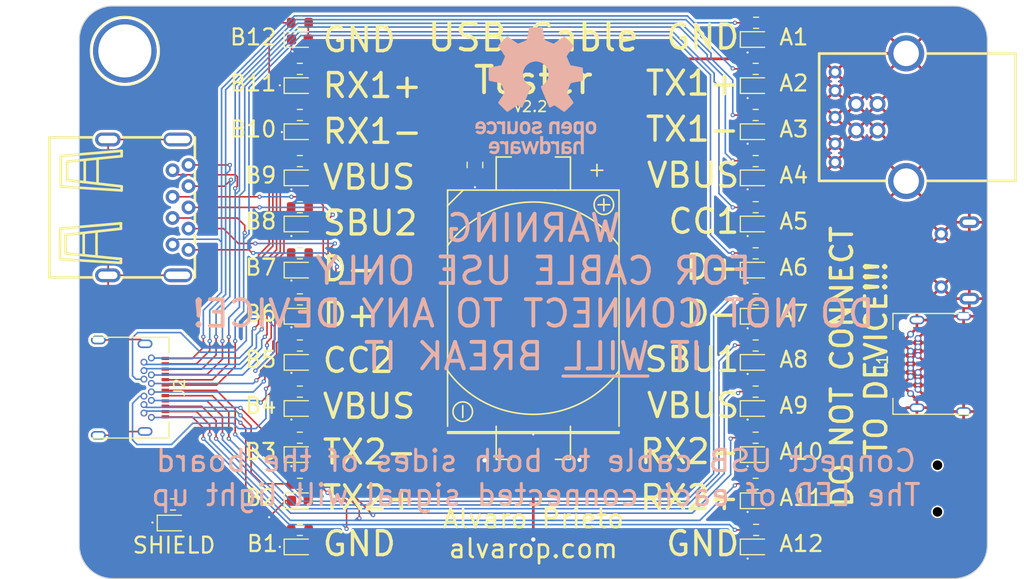
<source format=kicad_pcb>
(kicad_pcb (version 20240108) (generator "pcbnew") (generator_version "8.0")
  (title_block (title "USB Cable Tester") (date "2023-08-19") (rev "2.2") (company "Quesadillon LLC"))
  (layers (0 "F.Cu" signal) (31 "B.Cu" signal) (34 "B.Paste" user) (35 "F.Paste" user) (36 "B.SilkS" user "B.Silkscreen") (37 "F.SilkS" user "F.Silkscreen") (38 "B.Mask" user) (39 "F.Mask" user) (44 "Edge.Cuts" user))
  (net 0 "")
  (net 1 "Net-(D1-A)")
  (net 2 "Net-(D2-A)")
  (net 3 "GND")
  (net 4 "Net-(D3-A)")
  (net 5 "Net-(D4-A)")
  (net 6 "Net-(D5-A)")
  (net 7 "Net-(D6-A)")
  (net 8 "Net-(D7-A)")
  (net 9 "Net-(D8-A)")
  (net 10 "Net-(D9-A)")
  (net 11 "+3V3")
  (net 12 "Net-(D10-A)")
  (net 13 "Net-(D11-A)")
  (net 14 "Net-(D12-A)")
  (net 15 "Net-(D13-A)")
  (net 16 "Net-(D14-A)")
  (net 17 "Net-(D15-A)")
  (net 18 "Net-(D16-A)")
  (net 19 "Net-(D17-A)")
  (net 20 "Net-(D18-A)")
  (net 21 "Net-(D19-A)")
  (net 22 "Net-(D20-A)")
  (net 23 "Net-(D21-A)")
  (net 24 "Net-(D22-A)")
  (net 25 "Net-(D23-A)")
  (net 26 "Net-(D24-A)")
  (net 27 "Net-(D25-A)")
  (net 28 "/GND_A1")
  (net 29 "/TX1+")
  (net 30 "/TX1-")
  (net 31 "/VBUS_A4")
  (net 32 "/CC1")
  (net 33 "/D+_A")
  (net 34 "/D-_A")
  (net 35 "/VBUS_B9")
  (net 36 "/VBUS_A9")
  (net 37 "/RX2-")
  (net 38 "/RX2+")
  (net 39 "/GND_A12")
  (net 40 "/GND_B1")
  (net 41 "/TX2+")
  (net 42 "/TX2-")
  (net 43 "/VBUS_B4")
  (net 44 "/CC2")
  (net 45 "/D-_B")
  (net 46 "/RX1-")
  (net 47 "/RX1+")
  (net 48 "/GND_B12")
  (net 49 "/SHLD")
  (net 50 "/SBU1")
  (net 51 "/D+_B")
  (net 52 "/SBU2")
  (footprint "LED_SMD:LED_0603_1608Metric" (layer "F.Cu") (at 66.0375 121.75)
    (property "Reference" "D21" (hide yes))
    (property "Value" "LED")
  )
  (footprint "Resistor_SMD:R_0603_1608Metric" (layer "F.Cu") (at 78 113.709086)
    (property "Reference" "R4" (hide yes))
    (property "Value" "1k")
  )
  (footprint "easyeda:MICRO-USB-SMD_10118194-0001LF" (layer "F.Cu") (at 139.8 97 90)
    (property "Reference" "J3" (hide yes))
    (property "Value" "USB_B_Micro")
  )
  (footprint "easyeda:MINI-USB-SMD_MINI-5PTP" (layer "F.Cu") (at 138 118.5 90)
    (property "Reference" "J5" (hide yes))
    (property "Value" "USB_B_Mini")
  )
  (footprint "Resistor_SMD:R_0603_1608Metric" (layer "F.Cu") (at 78 74.6)
    (property "Reference" "R25" (hide yes))
    (property "Value" "1k")
  )
  (footprint "LED_SMD:LED_0603_1608Metric" (layer "F.Cu") (at 78 76.173913)
    (property "Reference" "D25" (hide yes))
    (property "Value" "LED")
  )
  (footprint "Resistor_SMD:R_0603_1608Metric" (layer "F.Cu") (at 120.96 78.945454)
    (property "Reference" "R7" (hide yes))
    (property "Value" "1k")
  )
  (footprint "Resistor_SMD:R_0603_1608Metric" (layer "F.Cu") (at 120.96 87.636362)
    (property "Reference" "R20" (hide yes))
    (property "Value" "1k")
  )
  (footprint "Resistor_SMD:R_0603_1608Metric" (layer "F.Cu") (at 120.96 91.981816)
    (property "Reference" "R16" (hide yes))
    (property "Value" "1k")
  )
  (footprint "LED_SMD:LED_0603_1608Metric" (layer "F.Cu") (at 78 102.260869)
    (property "Reference" "D11" (hide yes))
    (property "Value" "LED")
  )
  (footprint "LED_SMD:LED_0603_1608Metric" (layer "F.Cu") (at 121 84.869565)
    (property "Reference" "D8" (hide yes))
    (property "Value" "LED")
  )
  (footprint "Resistor_SMD:R_0603_1608Metric" (layer "F.Cu") (at 120.96 83.290908)
    (property "Reference" "R8" (hide yes))
    (property "Value" "1k")
  )
  (footprint "Resistor_SMD:R_0603_1608Metric" (layer "F.Cu") (at 120.96 105.018178)
    (property "Reference" "R17" (hide yes))
    (property "Value" "1k")
  )
  (footprint "Resistor_SMD:R_0603_1608Metric" (layer "F.Cu") (at 120.96 118.05454)
    (property "Reference" "R5" (hide yes))
    (property "Value" "1k")
  )
  (footprint "TestPoint:TestPoint_Plated_Hole_D5.0mm" (layer "F.Cu") (at 61.5 77.25)
    (property "Reference" "REF**" (hide yes))
    (property "Value" "TestPoint_Plated_Hole_D5.0mm")
  )
  (footprint "myfootprints:USB_C" (layer "F.Cu") (at 63.5 106.58 -90)
    (property "Reference" "J2")
    (property "Value" "USB_C_Receptacle_ALLPINS")
  )
  (footprint "LED_SMD:LED_0603_1608Metric" (layer "F.Cu") (at 121 119.652173)
    (property "Reference" "D5" (hide yes))
    (property "Value" "LED")
  )
  (footprint "LED_SMD:LED_0603_1608Metric" (layer "F.Cu") (at 78 80.521739)
    (property "Reference" "D9" (hide yes))
    (property "Value" "LED")
  )
  (footprint "Capacitor_SMD:C_0805_2012Metric" (layer "F.Cu") (at 94.5 88 -90)
    (property "Reference" "C1" (hide yes))
    (property "Value" "C_Small")
  )
  (footprint "LED_SMD:LED_0603_1608Metric" (layer "F.Cu") (at 121 97.913043)
    (property "Reference" "D12" (hide yes))
    (property "Value" "LED")
  )
  (footprint "LED_SMD:LED_0603_1608Metric" (layer "F.Cu") (at 121 93.565217)
    (property "Reference" "D16" (hide yes))
    (property "Value" "LED")
  )
  (footprint "Resistor_SMD:R_0603_1608Metric" (layer "F.Cu") (at 78 122.4)
    (property "Reference" "R24" (hide yes))
    (property "Value" "1k")
  )
  (footprint "LED_SMD:LED_0603_1608Metric" (layer "F.Cu") (at 78 84.869565)
    (property "Reference" "D10" (hide yes))
    (property "Value" "LED")
  )
  (footprint "LED_SMD:LED_0603_1608Metric" (layer "F.Cu") (at 78 115.304347)
    (property "Reference" "D4" (hide yes))
    (property "Value" "LED")
  )
  (footprint "Resistor_SMD:R_0603_1608Metric" (layer "F.Cu") (at 120.96 100.672724)
    (property "Reference" "R14" (hide yes))
    (property "Value" "1k")
  )
  (footprint "LED_SMD:LED_0603_1608Metric" (layer "F.Cu") (at 121 102.260869)
    (property "Reference" "D14" (hide yes))
    (property "Value" "LED")
  )
  (footprint "Resistor_SMD:R_0603_1608Metric" (layer "F.Cu") (at 78 109.363632)
    (property "Reference" "R1" (hide yes))
    (property "Value" "1k")
  )
  (footprint "myfootprints:USB_C" (layer "F.Cu") (at 136.06 109.16 90)
    (property "Reference" "J1")
    (property "Value" "USB_C_Receptacle")
  )
  (footprint "Resistor_SMD:R_0603_1608Metric" (layer "F.Cu") (at 78 96.32727)
    (property "Reference" "R13" (hide yes))
    (property "Value" "1k")
  )
  (footprint "LED_SMD:LED_0603_1608Metric" (layer "F.Cu") (at 78 89.217391)
    (property "Reference" "D2" (hide yes))
    (property "Value" "LED")
  )
  (footprint "LED_SMD:LED_0603_1608Metric" (layer "F.Cu") (at 78 106.608695)
    (property "Reference" "D15" (hide yes))
    (property "Value" "LED")
  )
  (footprint "easyeda:USB-B-TH_XUNPU_USB-306BWD-ARW" (layer "F.Cu") (at 131.795 83.5 90)
    (property "Reference" "J4" (hide yes))
    (property "Value" "USB3_B")
  )
  (footprint "LED_SMD:LED_0603_1608Metric" (layer "F.Cu") (at 121 76.173913)
    (property "Reference" "D22" (hide yes))
    (property "Value" "LED")
  )
  (footprint "easyeda:BAT-TH_CR2032-BS-6-1" (layer "F.Cu") (at 100 101.5 90)
    (property "Reference" "BT1" (hide yes))
    (property "Value" "CR2032")
  )
  (footprint "Resistor_SMD:R_0603_1608Metric" (layer "F.Cu") (at 78 91.981816)
    (property "Reference" "R18" (hide yes))
    (property "Value" "1k")
  )
  (footprint "Resistor_SMD:R_0603_1608Metric" (layer "F.Cu") (at 121 122.4)
    (property "Reference" "R23" (hide yes))
    (property "Value" "1k")
  )
  (footprint "LED_SMD:LED_0603_1608Metric" (layer "F.Cu") (at 121 115.304347)
    (property "Reference" "D6" (hide yes))
    (property "Value" "LED")
  )
  (footprint "easyeda:USB-A-TH_U231-091N-5" (layer "F.Cu") (at 63.7 92 -90)
    (property "Reference" "J6" (hide yes))
    (property "Value" "USB3_A")
  )
  (footprint "LED_SMD:LED_0603_1608Metric" (layer "F.Cu") (at 121 89.217391)
    (property "Reference" "D20" (hide yes))
    (property "Value" "LED")
  )
  (footprint "Resistor_SMD:R_0603_1608Metric" (layer "F.Cu") (at 78 87.636362)
    (property "Reference" "R2" (hide yes))
    (property "Value" "1k")
  )
  (footprint "LED_SMD:LED_0603_1608Metric" (layer "F.Cu") (at 121 106.608695)
    (property "Reference" "D17" (hide yes))
    (property "Value" "LED")
  )
  (footprint "Resistor_SMD:R_0603_1608Metric" (layer "F.Cu") (at 78 83.290908)
    (property "Reference" "R10" (hide yes))
    (property "Value" "1k")
  )
  (footprint "Resistor_SMD:R_0603_1608Metric" (layer "F.Cu") (at 78 118.05454)
    (property "Reference" "R3" (hide yes))
    (property "Value" "1k")
  )
  (footprint "LED_SMD:LED_0603_1608Metric" (layer "F.Cu") (at 121 124)
    (property "Reference" "D23" (hide yes))
    (property "Value" "LED")
  )
  (footprint "Resistor_SMD:R_0603_1608Metric" (layer "F.Cu") (at 120.96 109.363632)
    (property "Reference" "R19" (hide yes))
    (property "Value" "1k")
  )
  (footprint "Resistor_SMD:R_0603_1608Metric" (layer "F.Cu") (at 120.96 96.32727)
    (property "Reference" "R12" (hide yes))
    (property "Value" "1k")
  )
  (footprint "Resistor_SMD:R_0603_1608Metric" (layer "F.Cu") (at 78 78.945454)
    (property "Reference" "R9" (hide yes))
    (property "Value" "1k")
  )
  (footprint "LED_SMD:LED_0603_1608Metric" (layer "F.Cu") (at 78 110.956521)
    (property "Reference" "D1" (hide yes))
    (property "Value" "LED")
  )
  (footprint "Resistor_SMD:R_0603_1608Metric" (layer "F.Cu") (at 121 74.6)
    (property "Reference" "R22" (hide yes))
    (property "Value" "1k")
  )
  (footprint "LED_SMD:LED_0603_1608Metric" (layer "F.Cu") (at 121 110.956521)
    (property "Reference" "D19" (hide yes))
    (property "Value" "LED")
  )
  (footprint "Resistor_SMD:R_0603_1608Metric" (layer "F.Cu") (at 78 105.018178)
    (property "Reference" "R15" (hide yes))
    (property "Value" "1k")
  )
  (footprint "LED_SMD:LED_0603_1608Metric" (layer "F.Cu") (at 121 80.521739)
    (property "Reference" "D7" (hide yes))
    (property "Value" "LED")
  )
  (footprint "Resistor_SMD:R_0603_1608Metric" (layer "F.Cu") (at 66.0375 120)
    (property "Reference" "R21" (hide yes))
    (property "Value" "1k")
  )
  (footprint "LED_SMD:LED_0603_1608Metric" (layer "F.Cu") (at 78 119.652173)
    (property "Reference" "D3" (hide yes))
    (property "Value" "LED")
  )
  (footprint "LED_SMD:LED_0603_1608Metric" (layer "F.Cu") (at 78 124)
    (property "Reference" "D24" (hide yes))
    (property "Value" "LED")
  )
  (footprint "LED_SMD:LED_0603_1608Metric" (layer "F.Cu") (at 78 97.913043)
    (property "Reference" "D13" (hide yes))
    (property "Value" "LED")
  )
  (footprint "Resistor_SMD:R_0603_1608Metric" (layer "F.Cu") (at 120.96 113.709086)
    (property "Reference" "R6" (hide yes))
    (property "Value" "1k")
  )
  (footprint "Resistor_SMD:R_0603_1608Metric" (layer "F.Cu") (at 78 100.672724)
    (property "Reference" "R11" (hide yes))
    (property "Value" "1k")
  )
  (footprint "LED_SMD:LED_0603_1608Metric" (layer "F.Cu") (at 78 93.565217)
    (property "Reference" "D18" (hide yes))
    (property "Value" "LED")
  )
  (footprint "Symbol:OSHW-Logo_11.4x12mm_SilkScreen" (layer "B.Cu") (at 100.25 81 180)
    (property "Reference" "REF**" (hide yes))
    (property "Value" "OSHW-Logo_11.4x12mm_SilkScreen" (hide yes))
  )
  (gr_line (start 102.8 107.9) (end 110.8 107.9) (stroke (width 0.3)) (layer "B.SilkS"))
  (gr_line (start 57.2 123.81) (end 57.2 76.19) (stroke (width 0.1)) (layer "Edge.Cuts"))
  (gr_arc (start 57.2 76.19) (mid 58.1314 73.9414) (end 60.38 73.01) (stroke (width 0.1)) (layer "Edge.Cuts"))
  (gr_arc (start 60.38 126.99) (mid 58.1314 126.0586) (end 57.2 123.81) (stroke (width 0.1)) (layer "Edge.Cuts"))
  (gr_arc (start 142.8 123.81) (mid 141.8686 126.0586) (end 139.62 126.99) (stroke (width 0.1)) (layer "Edge.Cuts"))
  (gr_line (start 139.62 126.99) (end 60.38 126.99) (stroke (width 0.1)) (layer "Edge.Cuts"))
  (gr_arc (start 139.62 73.01) (mid 141.8686 73.9414) (end 142.8 76.19) (stroke (width 0.1)) (layer "Edge.Cuts"))
  (gr_line (start 142.8 76.19) (end 142.8 123.81) (stroke (width 0.1)) (layer "Edge.Cuts"))
  (gr_line (start 60.38 73.01) (end 139.62 73.01) (stroke (width 0.1)) (layer "Edge.Cuts"))
  (gr_text "Connect USB cable to both sides of the board\nThe LED of each connected signal will light up" (at 100.25 117.5 0) (layer "B.SilkS") (effects (font (size 2 2) (thickness 0.285714)) (justify mirror)))
  (gr_text "WARNING\nFOR CABLE USE ONLY\nDO NOT CONNECT TO ANY DEVICE!\nIT WILL BREAK IT" (at 100 100 0) (layer "B.SilkS") (effects (font (size 2.5 2.5) (thickness 0.357143)) (justify mirror)))
  (gr_text "VBUS" (at 115.058334 88.972727 0) (layer "F.SilkS") (effects (font (size 2.25 2.25) (thickness 0.321429))))
  (gr_text "A12" (at 125.272619 123.7 0) (layer "F.SilkS") (effects (font (size 1.5 1.5) (thickness 0.214286))))
  (gr_text "TX1+" (at 115.004762 80.290909 0) (layer "F.SilkS") (effects (font (size 2.25 2.25) (thickness 0.321429))))
  (gr_text "B2" (at 74.314286 119.35909 0) (layer "F.SilkS") (effects (font (size 1.5 1.5) (thickness 0.214286))))
  (gr_text "D+" (at 82.689285 102.109086 0) (layer "F.SilkS") (effects (font (size 2.25 2.25) (thickness 0.321429))))
  (gr_text "CC1" (at 116.076191 93.313636 0) (layer "F.SilkS") (effects (font (size 2.25 2.25) (thickness 0.321429))))
  (gr_text "RX2-" (at 114.736905 115.018181 0) (layer "F.SilkS") (effects (font (size 2.25 2.25) (thickness 0.321429))))
  (gr_text "B5" (at 74.314286 106.336363 0) (layer "F.SilkS") (effects (font (size 1.5 1.5) (thickness 0.214286))))
  (gr_text "SBU2" (at 84.617857 93.472724 0) (layer "F.SilkS") (effects (font (size 2.25 2.25) (thickness 0.321429))))
  (gr_text "B10" (at 73.6 84.631818 0) (layer "F.SilkS") (effects (font (size 1.5 1.5) (thickness 0.214286))))
  (gr_text "VBUS" (at 84.510714 89.154543 0) (layer "F.SilkS") (effects (font (size 2.25 2.25) (thickness 0.321429))))
  (gr_text "SBU1" (at 114.951191 106.336363 0) (layer "F.SilkS") (effects (font (size 2.25 2.25) (thickness 0.321429))))
  (gr_text "GND" (at 83.6 76.2 0) (layer "F.SilkS") (effects (font (size 2.25 2.25) (thickness 0.321429))))
  (gr_text "B6" (at 74.314286 101.995454 0) (layer "F.SilkS") (effects (font (size 1.5 1.5) (thickness 0.214286))))
  (gr_text "A2" (at 124.558334 80.290909 0) (layer "F.SilkS") (effects (font (size 1.5 1.5) (thickness 0.214286))))
  (gr_text "TX2-" (at 84.564285 115.063629 0) (layer "F.SilkS") (effects (font (size 2.25 2.25) (thickness 0.321429))))
  (gr_text "B1" (at 74.469048 123.7 0) (layer "F.SilkS") (effects (font (size 1.5 1.5) (thickness 0.214286))))
  (gr_text "GND" (at 115.969048 75.95 0) (layer "F.SilkS") (effects (font (size 2.25 2.25) (thickness 0.321429))))
  (gr_text "GND" (at 115.969048 123.7 0) (layer "F.SilkS") (effects (font (size 2.25 2.25) (thickness 0.321429))))
  (gr_text "A1" (at 124.558334 75.95 0) (layer "F.SilkS") (effects (font (size 1.5 1.5) (thickness 0.214286))))
  (gr_text "A11" (at 125.272619 119.35909 0) (layer "F.SilkS") (effects (font (size 1.5 1.5) (thickness 0.214286))))
  (gr_text "B12" (at 73.6 75.95 0) (layer "F.SilkS") (effects (font (size 1.5 1.5) (thickness 0.214286))))
  (gr_text "A3" (at 124.558334 84.631818 0) (layer "F.SilkS") (effects (font (size 1.5 1.5) (thickness 0.214286))))
  (gr_text "TX2+" (at 84.564285 119.38181 0) (layer "F.SilkS") (effects (font (size 2.25 2.25) (thickness 0.321429))))
  (gr_text "A4" (at 124.558334 88.972727 0) (layer "F.SilkS") (effects (font (size 1.5 1.5) (thickness 0.214286))))
  (gr_text "Alvaro Prieto\nalvarop.com" (at 100 122.75 0) (layer "F.SilkS") (effects (font (size 1.75 1.75) (thickness 0.25))))
  (gr_text "D-" (at 82.689285 97.790905 0) (layer "F.SilkS") (effects (font (size 2.25 2.25) (thickness 0.321429))))
  (gr_text "D-" (at 116.879762 101.995454 0) (layer "F.SilkS") (effects (font (size 2.25 2.25) (thickness 0.321429))))
  (gr_text "VBUS" (at 115.058334 110.677272 0) (layer "F.SilkS") (effects (font (size 2.25 2.25) (thickness 0.321429))))
  (gr_text "B7" (at 74.314286 97.654545 0) (layer "F.SilkS") (effects (font (size 1.5 1.5) (thickness 0.214286))))
  (gr_text "B3" (at 74.314286 115.018181 0) (layer "F.SilkS") (effects (font (size 1.5 1.5) (thickness 0.214286))))
  (gr_text "A6" (at 124.558334 97.654545 0) (layer "F.SilkS") (effects (font (size 1.5 1.5) (thickness 0.214286))))
  (gr_text "A5" (at 124.558334 93.313636 0) (layer "F.SilkS") (effects (font (size 1.5 1.5) (thickness 0.214286))))
  (gr_text "RX1-" (at 84.832143 84.836362 0) (layer "F.SilkS") (effects (font (size 2.25 2.25) (thickness 0.321429))))
  (gr_text "TX1-" (at 115.004762 84.631818 0) (layer "F.SilkS") (effects (font (size 2.25 2.25) (thickness 0.321429))))
  (gr_text "DO NOT CONNECT \nTO DEVICE!!!" (at 130.7 106.25 90) (layer "F.SilkS") (effects (font (size 2 2) (thickness 0.321429))))
  (gr_text "A8" (at 124.558334 106.336363 0) (layer "F.SilkS") (effects (font (size 1.5 1.5) (thickness 0.214286))))
  (gr_text "VBUS" (at 84.510714 110.745448 0) (layer "F.SilkS") (effects (font (size 2.25 2.25) (thickness 0.321429))))
  (gr_text "B8" (at 74.314286 93.313636 0) (layer "F.SilkS") (effects (font (size 1.5 1.5) (thickness 0.214286))))
  (gr_text "CC2" (at 83.492857 106.427267 0) (layer "F.SilkS") (effects (font (size 2.25 2.25) (thickness 0.321429))))
  (gr_text "USB Cable\nTester" (at 100 78 0) (layer "F.SilkS") (effects (font (size 2.5 2.5) (thickness 0.357143))))
  (gr_text "GND" (at 83.6 123.7 0) (layer "F.SilkS") (effects (font (size 2.25 2.25) (thickness 0.321429))))
  (gr_text "A7" (at 124.558334 101.995454 0) (layer "F.SilkS") (effects (font (size 1.5 1.5) (thickness 0.214286))))
  (gr_text "RX2+" (at 114.736905 119.35909 0) (layer "F.SilkS") (effects (font (size 2.25 2.25) (thickness 0.321429))))
  (gr_text "A10" (at 125.272619 115.018181 0) (layer "F.SilkS") (effects (font (size 1.5 1.5) (thickness 0.214286))))
  (gr_text "A9" (at 124.558334 110.677272 0) (layer "F.SilkS") (effects (font (size 1.5 1.5) (thickness 0.214286))))
  (gr_text "D+" (at 116.879762 97.654545 0) (layer "F.SilkS") (effects (font (size 2.25 2.25) (thickness 0.321429))))
  (gr_text "B4" (at 74.314286 110.677272 0) (layer "F.SilkS") (effects (font (size 1.5 1.5) (thickness 0.214286))))
  (gr_text "RX1+" (at 84.832143 80.518181 0) (layer "F.SilkS") (effects (font (size 2.25 2.25) (thickness 0.321429))))
  (gr_text "B9" (at 74.314286 88.972727 0) (layer "F.SilkS") (effects (font (size 1.5 1.5) (thickness 0.214286))))
  (gr_text "B11" (at 73.6 80.290909 0) (layer "F.SilkS") (effects (font (size 1.5 1.5) (thickness 0.214286))))
  (gr_text "SHIELD" (at 66.1375 123.85 0) (layer "F.SilkS") (effects (font (size 1.5 1.5) (thickness 0.214286))))
  (gr_text "v2.2" (at 99.75 82.5 0) (layer "F.SilkS") (effects (font (size 1 1))))
  (segment (start 78.7875 110.956521) (end 78.7875 109.401132) (width 0.15) (layer "F.Cu") (net 1))
  (segment (start 78.7875 109.401132) (end 78.825 109.363632) (width 0.15) (layer "F.Cu") (net 1))
  (segment (start 78.7875 89.217391) (end 78.7875 87.673862) (width 0.15) (layer "F.Cu") (net 2))
  (segment (start 78.7875 87.673862) (end 78.825 87.636362) (width 0.15) (layer "F.Cu") (net 2))
  (segment (start 100 116) (end 100 113.4) (width 0.254) (layer "F.Cu") (net 3))
  (segment (start 77.2125 97.913043) (end 77.2125 98.8875) (width 0.15) (layer "F.Cu") (net 3))
  (segment (start 120.2125 84.869565) (end 120.2125 85.9875) (width 0.15) (layer "F.Cu") (net 3))
  (segment (start 120.2125 102.260869) (end 120.2125 103.3875) (width 0.15) (layer "F.Cu") (net 3))
  (segment (start 120.2125 120.6875) (end 120.2 120.7) (width 0.15) (layer "F.Cu") (net 3))
  (segment (start 120.2125 107.6875) (end 120.2 107.7) (width 0.15) (layer "F.Cu") (net 3))
  (segment (start 77.2125 103.2875) (end 77.2 103.3) (width 0.15) (layer "F.Cu") (net 3))
  (segment (start 120.2125 115.304347) (end 120.2125 116.3875) (width 0.15) (layer "F.Cu") (net 3))
  (segment (start 120.2125 81.6875) (end 120.2 81.7) (width 0.15) (layer "F.Cu") (net 3))
  (segment (start 77.2125 84.869565) (end 76.330435 84.869565) (width 0.15) (layer "F.Cu") (net 3))
  (segment (start 120.2125 97.913043) (end 120.2125 99.0875) (width 0.15) (layer "F.Cu") (net 3))
  (segment (start 94.5 88.95) (end 94.5 90.1) (width 0.254) (layer "F.Cu") (net 3))
  (segment (start 77.2125 89.217391) (end 77.2125 90.2875) (width 0.15) (layer "F.Cu") (net 3))
  (segment (start 77.2125 110.956521) (end 77.2125 111.9875) (width 0.15) (layer "F.Cu") (net 3))
  (segment (start 77.2125 77.2125) (end 77.3 77.3) (width 0.15) (layer "F.Cu") (net 3))
  (segment (start 65.25 121.75) (end 64.15 121.75) (width 0.15) (layer "F.Cu") (net 3))
  (segment (start 77.2125 106.608695) (end 77.2125 107.5875) (width 0.15) (layer "F.Cu") (net 3))
  (segment (start 77.2125 115.304347) (end 77.2125 116.3875) (width 0.15) (layer "F.Cu") (net 3))
  (segment (start 100 115.89) (end 100 123.3) (width 0.25) (layer "F.Cu") (net 3))
  (segment (start 77.2125 94.6875) (end 77.2 94.7) (width 0.15) (layer "F.Cu") (net 3))
  (segment (start 120.2125 111.9875) (end 120.2 112) (width 0.15) (layer "F.Cu") (net 3))
  (segment (start 76.121739 80.521739) (end 76.1 80.5) (width 0.15) (layer "F.Cu") (net 3))
  (segment (start 120.2125 103.3875) (end 120.2 103.4) (width 0.15) (layer "F.Cu") (net 3))
  (segment (start 120.2125 90.2875) (end 120.2 90.3) (width 0.15) (layer "F.Cu") (net 3))
  (segment (start 120.2125 80.521739) (end 120.2125 81.6875) (width 0.15) (layer "F.Cu") (net 3))
  (segment (start 76.330435 84.869565) (end 76.3 84.9) (width 0.15) (layer "F.Cu") (net 3))
  (segment (start 120.2125 106.608695) (end 120.2125 107.6875) (width 0.15) (layer "F.Cu") (net 3))
  (segment (start 120.2125 124) (end 120.2125 125.0875) (width 0.15) (layer "F.Cu") (net 3))
  (segment (start 76.647827 119.652173) (end 75.1 121.2) (width 0.15) (layer "F.Cu") (net 3))
  (segment (start 120.2125 85.9875) (end 120.2 86) (width 0.15) (layer "F.Cu") (net 3))
  (segment (start 77.2125 119.652173) (end 76.647827 119.652173) (width 0.15) (layer "F.Cu") (net 3))
  (segment (start 77.2125 90.2875) (end 77.2 90.3) (width 0.15) (layer "F.Cu") (net 3))
  (segment (start 100 115.89) (end 95.44 115.89) (width 0.25) (layer "F.Cu") (net 3))
  (segment (start 77.2125 107.5875) (end 77.2 107.6) (width 0.15) (layer "F.Cu") (net 3))
  (segment (start 77.2125 98.8875) (end 77.2 98.9) (width 0.15) (layer "F.Cu") (net 3))
  (segment (start 95.44 115.89) (end 95.4 115.85) (width 0.25) (layer "F.Cu") (net 3))
  (segment (start 120.2125 93.565217) (end 120.2125 94.6875) (width 0.15) (layer "F.Cu") (net 3))
  (segment (start 120.2125 94.6875) (end 120.2 94.7) (width 0.15) (layer "F.Cu") (net 3))
  (segment (start 77.2125 102.260869) (end 77.2125 103.2875) (width 0.15) (layer "F.Cu") (net 3))
  (segment (start 120.2125 77.3875) (end 120.2 77.4) (width 0.15) (layer "F.Cu") (net 3))
  (segment (start 120.2125 110.956521) (end 120.2125 111.9875) (width 0.15) (layer "F.Cu") (net 3))
  (segment (start 120.2125 99.0875) (end 120.2 99.1) (width 0.15) (layer "F.Cu") (net 3))
  (segment (start 100 115.89) (end 104.26 115.89) (width 0.25) (layer "F.Cu") (net 3))
  (segment (start 120.2125 76.173913) (end 120.2125 77.3875) (width 0.15) (layer "F.Cu") (net 3))
  (segment (start 120.2125 89.217391) (end 120.2125 90.2875) (width 0.15) (layer "F.Cu") (net 3))
  (segment (start 77.2125 80.521739) (end 76.121739 80.521739) (width 0.15) (layer "F.Cu") (net 3))
  (segment (start 120.2125 116.3875) (end 120.2 116.4) (width 0.15) (layer "F.Cu") (net 3))
  (segment (start 64.15 121.75) (end 64.1 121.7) (width 0.15) (layer "F.Cu") (net 3))
  (segment (start 120.2125 119.652173) (end 120.2125 120.6875) (width 0.15) (layer "F.Cu") (net 3))
  (segment (start 104.26 115.89) (end 104.35 115.8) (width 0.25) (layer "F.Cu") (net 3))
  (segment (start 77.2125 116.3875) (end 77.2 116.4) (width 0.15) (layer "F.Cu") (net 3))
  (segment (start 77.2125 93.565217) (end 77.2125 94.6875) (width 0.15) (layer "F.Cu") (net 3))
  (segment (start 77.2125 111.9875) (end 77.2 112) (width 0.15) (layer "F.Cu") (net 3))
  (segment (start 77.2125 76.173913) (end 77.2125 77.2125) (width 0.15) (layer "F.Cu") (net 3))
  (segment (start 120.2125 125.0875) (end 120.2 125.1) (width 0.15) (layer "F.Cu") (net 3))
  (segment (start 77.2125 124) (end 76.1 124) (width 0.15) (layer "F.Cu") (net 3))
  (via (at 120.2 107.7) (size 0.4) (drill 0.2) (layers "F.Cu" "B.Cu") (net 3))
  (via (at 76.1 124) (size 0.4) (drill 0.2) (layers "F.Cu" "B.Cu") (net 3))
  (via (at 94.5 90.1) (size 0.4) (drill 0.2) (layers "F.Cu" "B.Cu") (net 3))
  (via (at 95.4 115.85) (size 0.8) (drill 0.4) (layers "F.Cu" "B.Cu") (net 3))
  (via (at 77.2 116.4) (size 0.4) (drill 0.2) (layers "F.Cu" "B.Cu") (net 3))
  (via (at 77.3 77.3) (size 0.4) (drill 0.2) (layers "F.Cu" "B.Cu") (net 3))
  (via (at 77.2 112) (size 0.4) (drill 0.2) (layers "F.Cu" "B.Cu") (net 3))
  (via (at 120.2 86) (size 0.4) (drill 0.2) (layers "F.Cu" "B.Cu") (net 3))
  (via (at 104.35 115.8) (size 0.8) (drill 0.4) (layers "F.Cu" "B.Cu") (net 3))
  (via (at 120.2 103.4) (size 0.4) (drill 0.2) (layers "F.Cu" "B.Cu") (net 3))
  (via (at 120.2 116.4) (size 0.4) (drill 0.2) (layers "F.Cu" "B.Cu") (net 3))
  (via (at 120.2 81.7) (size 0.4) (drill 0.2) (layers "F.Cu" "B.Cu") (net 3))
  (via (at 100 113.4) (size 0.4) (drill 0.2) (layers "F.Cu" "B.Cu") (net 3))
  (via (at 120.2 99.1) (size 0.4) (drill 0.2) (layers "F.Cu" "B.Cu") (net 3))
  (via (at 75.1 121.2) (size 0.4) (drill 0.2) (layers "F.Cu" "B.Cu") (net 3))
  (via (at 77.2 103.3) (size 0.4) (drill 0.2) (layers "F.Cu" "B.Cu") (net 3))
  (via (at 77.2 98.9) (size 0.4) (drill 0.2) (layers "F.Cu" "B.Cu") (net 3))
  (via (at 100 123.3) (size 0.8) (drill 0.4) (layers "F.Cu" "B.Cu") (net 3))
  (via (at 120.2 112) (size 0.4) (drill 0.2) (layers "F.Cu" "B.Cu") (net 3))
  (via (at 77.2 107.6) (size 0.4) (drill 0.2) (layers "F.Cu" "B.Cu") (net 3))
  (via (at 120.2 90.3) (size 0.4) (drill 0.2) (layers "F.Cu" "B.Cu") (net 3))
  (via (at 120.2 77.4) (size 0.4) (drill 0.2) (layers "F.Cu" "B.Cu") (net 3))
  (via (at 120.2 94.7) (size 0.4) (drill 0.2) (layers "F.Cu" "B.Cu") (net 3))
  (via (at 120.2 120.7) (size 0.4) (drill 0.2) (layers "F.Cu" "B.Cu") (net 3))
  (via (at 77.2 90.3) (size 0.4) (drill 0.2) (layers "F.Cu" "B.Cu") (net 3))
  (via (at 64.1 121.7) (size 0.4) (drill 0.2) (layers "F.Cu" "B.Cu") (net 3))
  (via (at 77.2 94.7) (size 0.4) (drill 0.2) (layers "F.Cu" "B.Cu") (net 3))
  (via (at 76.1 80.5) (size 0.4) (drill 0.2) (layers "F.Cu" "B.Cu") (net 3))
  (via (at 120.2 125.1) (size 0.4) (drill 0.2) (layers "F.Cu" "B.Cu") (net 3))
  (via (at 76.3 84.9) (size 0.4) (drill 0.2) (layers "F.Cu" "B.Cu") (net 3))
  (segment (start 78.7875 119.652173) (end 78.7875 118.09204) (width 0.15) (layer "F.Cu") (net 4))
  (segment (start 78.7875 118.09204) (end 78.825 118.05454) (width 0.15) (layer "F.Cu") (net 4))
  (segment (start 78.7875 115.304347) (end 78.7875 113.746586) (width 0.15) (layer "F.Cu") (net 5))
  (segment (start 78.7875 113.746586) (end 78.825 113.709086) (width 0.15) (layer "F.Cu") (net 5))
  (segment (start 121.7875 119.652173) (end 121.7875 118.05704) (width 0.15) (layer "F.Cu") (net 6))
  (segment (start 121.7875 118.05704) (end 121.785 118.05454) (width 0.15) (layer "F.Cu") (net 6))
  (segment (start 121.7875 115.304347) (end 121.7875 113.711586) (width 0.15) (layer "F.Cu") (net 7))
  (segment (start 121.7875 113.711586) (end 121.785 113.709086) (width 0.15) (layer "F.Cu") (net 7))
  (segment (start 121.7875 80.521739) (end 121.7875 78.947954) (width 0.15) (layer "F.Cu") (net 8))
  (segment (start 121.7875 78.947954) (end 121.785 78.945454) (width 0.15) (layer "F.Cu") (net 8))
  (segment (start 121.7875 84.869565) (end 121.7875 83.293408) (width 0.15) (layer "F.Cu") (net 9))
  (segment (start 121.7875 83.293408) (end 121.785 83.290908) (width 0.15) (layer "F.Cu") (net 9))
  (segment (start 78.7875 78.982954) (end 78.825 78.945454) (width 0.15) (layer "F.Cu") (net 10))
  (segment (start 78.7875 80.521739) (end 78.7875 78.982954) (width 0.15) (layer "F.Cu") (net 10))
  (segment (start 94.5 87.05) (end 99.95 87.05) (width 0.254) (layer "F.Cu") (net 11))
  (segment (start 130.82 77.48) (end 135.21 77.48) (width 0.254) (layer "F.Cu") (net 11))
  (segment (start 129.9 78) (end 130.1 78.2) (width 0.254) (layer "F.Cu") (net 11))
  (segment (start 130.1 78.2) (end 130.82 77.48) (width 0.254) (layer "F.Cu") (net 11))
  (segment (start 109 78) (end 129.9 78) (width 0.254) (layer "F.Cu") (net 11))
  (segment (start 100 87) (end 109 78) (width 0.254) (layer "F.Cu") (net 11))
  (segment (start 99.95 87.05) (end 100 87) (width 0.254) (layer "F.Cu") (net 11))
  (segment (start 78.7875 84.869565) (end 78.7875 83.328408) (width 0.15) (layer "F.Cu") (net 12))
  (segment (start 78.7875 83.328408) (end 78.825 83.290908) (width 0.15) (layer "F.Cu") (net 12))
  (segment (start 78.7875 100.710224) (end 78.825 100.672724) (width 0.15) (layer "F.Cu") (net 13))
  (segment (start 78.7875 102.260869) (end 78.7875 100.710224) (width 0.15) (layer "F.Cu") (net 13))
  (segment (start 121.7875 96.32977) (end 121.785 96.32727) (width 0.15) (layer "F.Cu") (net 14))
  (segment (start 121.7875 97.913043) (end 121.7875 96.32977) (width 0.15) (layer "F.Cu") (net 14))
  (segment (start 78.7875 96.36477) (end 78.825 96.32727) (width 0.15) (layer "F.Cu") (net 15))
  (segment (start 78.7875 97.913043) (end 78.7875 96.36477) (width 0.15) (layer "F.Cu") (net 15))
  (segment (start 121.7875 100.675224) (end 121.785 100.672724) (width 0.15) (layer "F.Cu") (net 16))
  (segment (start 121.7875 102.260869) (end 121.7875 100.675224) (width 0.15) (layer "F.Cu") (net 16))
  (segment (start 78.7875 105.055678) (end 78.825 105.018178) (width 0.15) (layer "F.Cu") (net 17))
  (segment (start 78.7875 106.608695) (end 78.7875 105.055678) (width 0.15) (layer "F.Cu") (net 17))
  (segment (start 121.7875 93.565217) (end 121.7875 91.984316) (width 0.15) (layer "F.Cu") (net 18))
  (segment (start 121.7875 91.984316) (end 121.785 91.981816) (width 0.15) (layer "F.Cu") (net 18))
  (segment (start 121.7875 105.020678) (end 121.785 105.018178) (width 0.15) (layer "F.Cu") (net 19))
  (segment (start 121.7875 106.608695) (end 121.7875 105.020678) (width 0.15) (layer "F.Cu") (net 19))
  (segment (start 78.7875 93.565217) (end 78.7875 92.019316) (width 0.15) (layer "F.Cu") (net 20))
  (segment (start 78.7875 92.019316) (end 78.825 91.981816) (width 0.15) (layer "F.Cu") (net 20))
  (segment (start 121.7875 110.956521) (end 121.7875 109.366132) (width 0.15) (layer "F.Cu") (net 21))
  (segment (start 121.7875 109.366132) (end 121.785 109.363632) (width 0.15) (layer "F.Cu") (net 21))
  (segment (start 121.7875 89.217391) (end 121.7875 87.638862) (width 0.15) (layer "F.Cu") (net 22))
  (segment (start 121.7875 87.638862) (end 121.785 87.636362) (width 0.15) (layer "F.Cu") (net 22))
  (segment (start 66.8625 120) (end 66.8625 121.7125) (width 0.15) (layer "F.Cu") (net 23))
  (segment (start 66.8625 121.7125) (end 66.825 121.75) (width 0.15) (layer "F.Cu") (net 23))
  (segment (start 121.7875 74.6375) (end 121.825 74.6) (width 0.15) (layer "F.Cu") (net 24))
  (segment (start 121.7875 76.173913) (end 121.7875 74.6375) (width 0.15) (layer "F.Cu") (net 24))
  (segment (start 121.7875 122.4375) (end 121.825 122.4) (width 0.15) (layer "F.Cu") (net 25))
  (segment (start 121.7875 124) (end 121.7875 122.4375) (width 0.15) (layer "F.Cu") (net 25))
  (segment (start 78.7875 124) (end 78.7875 122.4375) (width 0.15) (layer "F.Cu") (net 26))
  (segment (start 78.7875 122.4375) (end 78.825 122.4) (width 0.15) (layer "F.Cu") (net 26))
  (segment (start 78.7875 76.173913) (end 78.7875 74.6375) (width 0.15) (layer "F.Cu") (net 27))
  (segment (start 78.7875 74.6375) (end 78.825 74.6) (width 0.15) (layer "F.Cu") (net 27))
  (segment (start 68.9 104.2) (end 68.9 105.2) (width 0.15) (layer "F.Cu") (net 28))
  (segment (start 68.9 105.2) (end 67.85 106.25) (width 0.15) (layer "F.Cu") (net 28))
  (segment (start 119 74.6) (end 120.175 74.6) (width 0.15) (layer "F.Cu") (net 28))
  (segment (start 67.85 106.25) (end 65.21 106.25) (width 0.15) (layer "F.Cu") (net 28))
  (via (at 119 74.6) (size 0.4) (drill 0.2) (layers "F.Cu" "B.Cu") (net 28))
  (via (at 68.9 104.2) (size 0.4) (drill 0.2) (layers "F.Cu" "B.Cu") (net 28))
  (segment (start 68.9 104.2) (end 68.9 101.7) (width 0.15) (layer "B.Cu") (net 28))
  (segment (start 70.614327 80.814327) (end 77.476159 73.952495) (width 0.15) (layer "B.Cu") (net 28))
  (segment (start 68.9 101.7) (end 70.614327 99.985673) (width 0.15) (layer "B.Cu") (net 28))
  (segment (start 70.614327 99.985673) (end 70.614327 95.285673) (width 0.15) (layer "B.Cu") (net 28))
  (segment (start 70.614327 95.285673) (end 70.614327 80.814327) (width 0.15) (layer "B.Cu") (net 28))
  (segment (start 66.525 95) (end 70.328654 95) (width 0.15) (layer "B.Cu") (net 28))
  (segment (start 66.025 95.5) (end 66.525 95) (width 0.15) (layer "B.Cu") (net 28))
  (segment (start 114.52384 73.952495) (end 115.171345 74.6) (width 0.15) (layer "B.Cu") (net 28))
  (segment (start 70.328654 95) (end 70.614327 95.285673) (width 0.15) (layer "B.Cu") (net 28))
  (segment (start 115.171345 74.6) (end 119 74.6) (width 0.15) (layer "B.Cu") (net 28))
  (segment (start 77.476159 73.952495) (end 114.52384 73.952495) (width 0.15) (layer "B.Cu") (net 28))
  (segment (start 118.8 78.9) (end 118.845454 78.945454) (width 0.15) (layer "F.Cu") (net 29))
  (segment (start 69.5 104.6) (end 69.5 105.5) (width 0.15) (layer "F.Cu") (net 29))
  (segment (start 67.525 88) (end 71.4 88) (width 0.15) (layer "F.Cu") (net 29))
  (segment (start 69.5 105.5) (end 68.25 106.75) (width 0.15) (layer "F.Cu") (net 29))
  (segment (start 68.25 106.75) (end 65.21 106.75) (width 0.15) (layer "F.Cu") (net 29))
  (segment (start 118.845454 78.945454) (end 120.135 78.945454) (width 0.15) (layer "F.Cu") (net 29))
  (via (at 118.8 78.9) (size 0.4) (drill 0.2) (layers "F.Cu" "B.Cu") (net 29))
  (via (at 69.5 104.6) (size 0.4) (drill 0.2) (layers "F.Cu" "B.Cu") (net 29))
  (via (at 71.4 88) (size 0.4) (drill 0.2) (layers "F.Cu" "B.Cu") (net 29))
  (segment (start 71 88.9) (end 71 80.922923) (width 0.15) (layer "B.Cu") (net 29))
  (segment (start 71 89.2) (end 71 88.9) (width 0.15) (layer "B.Cu") (net 29))
  (segment (start 69.5 104.6) (end 69.5 101.7) (width 0.15) (layer "B.Cu") (net 29))
  (segment (start 71.4 88.5) (end 71.4 88) (width 0.15) (layer "B.Cu") (net 29))
  (segment (start 70.4 100.8) (end 71 100.2) (width 0.15) (layer "B.Cu") (net 29))
  (segment (start 71 88.9) (end 71.4 88.5) (width 0.15) (layer "B.Cu") (net 29))
  (segment (start 77.620927 74.301996) (end 114.379073 74.301996) (width 0.15) (layer "B.Cu") (net 29))
  (segment (start 69.5 101.7) (end 70.4 100.8) (width 0.15) (layer "B.Cu") (net 29))
  (segment (start 71 80.922923) (end 77.620927 74.301996) (width 0.15) (layer "B.Cu") (net 29))
  (segment (start 114.379073 74.301996) (end 115.798004 75.720927) (width 0.15) (layer "B.Cu") (net 29))
  (segment (start 115.798004 75.898004) (end 118.8 78.9) (width 0.15) (layer "B.Cu") (net 29))
  (segment (start 71 100.2) (end 71 89.2) (width 0.15) (layer "B.Cu") (net 29))
  (segment (start 115.798004 75.720927) (end 115.798004 75.898004) (width 0.15) (layer "B.Cu") (net 29))
  (segment (start 118.8 83.3) (end 120.125908 83.3) (width 0.15) (layer "F.Cu") (net 30))
  (segment (start 70.1 104.2) (end 70.1 105.9) (width 0.15) (layer "F.Cu") (net 30))
  (segment (start 70.1 105.9) (end 68.75 107.25) (width 0.15) (layer "F.Cu") (net 30))
  (segment (start 68.75 107.25) (end 65.21 107.25) (width 0.15) (layer "F.Cu") (net 30))
  (segment (start 70.9 90) (end 67.525 90) (width 0.15) (layer "F.Cu") (net 30))
  (segment (start 71.5 89.4) (end 70.9 90) (width 0.15) (layer "F.Cu") (net 30))
  (segment (start 120.125908 83.3) (end 120.135 83.290908) (width 0.15) (layer "F.Cu") (net 30))
  (via (at 71.5 89.4) (size 0.4) (drill 0.2) (layers "F.Cu" "B.Cu") (net 30))
  (via (at 70.1 104.2) (size 0.4) (drill 0.2) (layers "F.Cu" "B.Cu") (net 30))
  (via (at 118.8 83.3) (size 0.4) (drill 0.2) (layers "F.Cu" "B.Cu") (net 30))
  (segment (start 116.748503 77.465693) (end 116.748503 77.948503) (width 0.15) (layer "B.Cu") (net 30))
  (segment (start 70.1 101.7) (end 71.4 100.4) (width 0.15) (layer "B.Cu") (net 30))
  (segment (start 71.4 90) (end 71.4 89.5) (width 0.15) (layer "B.Cu") (net 30))
  (segment (start 118.8 80) (end 118.8 83.3) (width 0.15) (layer "B.Cu") (net 30))
  (segment (start 71.9 80.517192) (end 77.765695 74.651497) (width 0.15) (layer "B.Cu") (net 30))
  (segment (start 71.4 100.4) (end 71.4 90) (width 0.15) (layer "B.Cu") (net 30))
  (segment (start 71.4 90) (end 71.9 89.5) (width 0.15) (layer "B.Cu") (net 30))
  (segment (start 71.9 89.5) (end 71.9 80.517192) (width 0.15) (layer "B.Cu") (net 30))
  (segment (start 77.765695 74.651497) (end 113.934307 74.651497) (width 0.15) (layer "B.Cu") (net 30))
  (segment (start 70.1 104.2) (end 70.1 101.7) (width 0.15) (layer "B.Cu") (net 30))
  (segment (start 116.748503 77.948503) (end 118.8 80) (width 0.15) (layer "B.Cu") (net 30))
  (segment (start 71.4 89.5) (end 71.5 89.4) (width 0.15) (layer "B.Cu") (net 30))
  (segment (start 113.934307 74.651497) (end 116.748503 77.465693) (width 0.15) (layer "B.Cu") (net 30))
  (segment (start 118.8 87.6) (end 120.098638 87.6) (width 0.15) (layer "F.Cu") (net 31))
  (segment (start 66.025 88.5) (end 66.45 88.925) (width 0.15) (layer "F.Cu") (net 31))
  (segment (start 72.1 90) (end 71.9 90.2) (width 0.15) (layer "F.Cu") (net 31))
  (segment (start 72.1 89.1) (end 72.1 90) (width 0.15) (layer "F.Cu") (net 31))
  (segment (start 70.7 104.6) (end 70.7 106.3) (width 0.15) (layer "F.Cu") (net 31))
  (segment (start 69.25 107.75) (end 65.21 107.75) (width 0.15) (layer "F.Cu") (net 31))
  (segment (start 66.45 88.925) (end 71.925 88.925) (width 0.15) (layer "F.Cu") (net 31))
  (segment (start 120.098638 87.6) (end 120.135 87.636362) (width 0.15) (layer "F.Cu") (net 31))
  (segment (start 71.925 88.925) (end 72.1 89.1) (width 0.15) (layer "F.Cu") (net 31))
  (segment (start 70.7 106.3) (end 69.25 107.75) (width 0.15) (layer "F.Cu") (net 31))
  (via (at 71.9 90.2) (size 0.4) (drill 0.2) (layers "F.Cu" "B.Cu") (net 31))
  (via (at 118.8 87.6) (size 0.4) (drill 0.2) (layers "F.Cu" "B.Cu") (net 31))
  (via (at 70.7 104.6) (size 0.4) (drill 0.2) (layers "F.Cu" "B.Cu") (net 31))
  (segment (start 113.789538 75.000998) (end 77.910463 75.000998) (width 0.15) (layer "B.Cu") (net 31))
  (segment (start 70.7 101.8) (end 71.2 101.3) (width 0.15) (layer "B.Cu") (net 31))
  (segment (start 71.9 90.9) (end 71.9 90.8) (width 0.15) (layer "B.Cu") (net 31))
  (segment (start 71.9 100.6) (end 71.9 90.9) (width 0.15) (layer "B.Cu") (net 31))
  (segment (start 70.7 104.6) (end 70.7 101.8) (width 0.15) (layer "B.Cu") (net 31))
  (segment (start 71.2 101.3) (end 71.9 100.6) (width 0.15) (layer "B.Cu") (net 31))
  (segment (start 72.3 90.4) (end 71.9 90.8) (width 0.15) (layer "B.Cu") (net 31))
  (segment (start 72.3 80.611461) (end 72.3 90.4) (width 0.15) (layer "B.Cu") (net 31))
  (segment (start 71.9 90.8) (end 71.9 90.5) (width 0.15) (layer "B.Cu") (net 31))
  (segment (start 118.1 79.811462) (end 116.399002 78.110464) (width 0.15) (layer "B.Cu") (net 31))
  (segment (start 71.9 90.5) (end 71.9 90.2) (width 0.15) (layer "B.Cu") (net 31))
  (segment (start 118.8 87.6) (end 118.1 86.9) (width 0.15) (layer "B.Cu") (net 31))
  (segment (start 116.399002 78.110464) (end 116.399002 77.610462) (width 0.15) (layer "B.Cu") (net 31))
  (segment (start 116.399002 77.610462) (end 113.789538 75.000998) (width 0.15) (layer "B.Cu") (net 31))
  (segment (start 118.1 86.9) (end 118.1 79.811462) (width 0.15) (layer "B.Cu") (net 31))
  (segment (start 77.910463 75.000998) (end 72.3 80.611461) (width 0.15) (layer "B.Cu") (net 31))
  (segment (start 69.75 108.25) (end 65.21 108.25) (width 0.15) (layer "F.Cu") (net 32))
  (segment (start 120.116816 92) (end 120.135 91.981816) (width 0.15) (layer "F.Cu") (net 32))
  (segment (start 118.8 92) (end 120.116816 92) (width 0.15) (layer "F.Cu") (net 32))
  (segment (start 71.3 104.2) (end 71.3 106.7) (width 0.15) (layer "F.Cu") (net 32))
  (segment (start 71.3 106.7) (end 69.75 108.25) (width 0.15) (layer "F.Cu") (net 32))
  (via (at 71.3 104.2) (size 0.4) (drill 0.2) (layers "F.Cu" "B.Cu") (net 32))
  (via (at 118.8 92) (size 0.4) (drill 0.2) (layers "F.Cu" "B.Cu") (net 32))
  (segment (start 71.3 102.4) (end 72.3 101.4) (width 0.15) (layer "B.Cu") (net 32))
  (segment (start 72.3 90.9) (end 72.8 90.4) (width 0.15) (layer "B.Cu") (net 32))
  (segment (start 77.955232 75.450499) (end 113.144768 75.450499) (width 0.15) (layer "B.Cu") (net 32))
  (segment (start 117.049501 80.149501) (end 117.5 80.6) (width 0.15) (layer "B.Cu") (net 32))
  (segment (start 72.8 80.605731) (end 77.955232 75.450499) (width 0.15) (layer "B.Cu") (net 32))
  (segment (start 72.8 90.4) (end 72.8 80.605731) (width 0.15) (layer "B.Cu") (net 32))
  (segment (start 117.5 90.7) (end 118.8 92) (width 0.15) (layer "B.Cu") (net 32))
  (segment (start 117.5 80.6) (end 117.5 90.7) (width 0.15) (layer "B.Cu") (net 32))
  (segment (start 72.3 101.4) (end 72.3 90.9) (width 0.15) (layer "B.Cu") (net 32))
  (segment (start 71.3 104.2) (end 71.3 102.4) (width 0.15) (layer "B.Cu") (net 32))
  (segment (start 117.049501 79.355232) (end 117.049501 80.149501) (width 0.15) (layer "B.Cu") (net 32))
  (segment (start 113.144768 75.450499) (end 117.049501 79.355232) (width 0.15) (layer "B.Cu") (net 32))
  (segment (start 66.025 93) (end 72.1 93) (width 0.15) (layer "F.Cu") (net 33))
  (segment (start 72.1 93) (end 72.8 93.7) (width 0.15) (layer "F.Cu") (net 33))
  (segment (start 71.9 104.6) (end 71.9 107) (width 0.15) (layer "F.Cu") (net 33))
  (segment (start 71.9 107) (end 70.15 108.75) (width 0.15) (layer "F.Cu") (net 33))
  (segment (start 118.8 96.3) (end 120.10773 96.3) (width 0.15) (layer "F.Cu") (net 33))
  (segment (start 120.10773 96.3) (end 120.135 96.32727) (width 0.15) (layer "F.Cu") (net 33))
  (segment (start 72.8 93.7) (end 72.8 94.4) (width 0.15) (layer "F.Cu") (net 33))
  (segment (start 70.15 108.75) (end 65.21 108.75) (width 0.15) (layer "F.Cu") (net 33))
  (via (at 71.9 104.6) (size 0.4) (drill 0.2) (layers "F.Cu" "B.Cu") (net 33))
  (via (at 118.8 96.3) (size 0.4) (drill 0.2) (layers "F.Cu" "B.Cu") (net 33))
  (via (at 72.8 94.4) (size 0.4) (drill 0.2) (layers "F.Cu" "B.Cu") (net 33))
  (segment (start 72.6 101.9) (end 72.7 101.8) (width 0.15) (layer "B.Cu") (net 33))
  (segment (start 73.2 94.5) (end 73.2 80.7) (width 0.15) (layer "B.Cu") (net 33))
  (segment (start 78.1 75.8) (end 113 75.8) (width 0.15) (layer "B.Cu") (net 33))
  (segment (start 73.2 80.7) (end 78.1 75.8) (width 0.15) (layer "B.Cu") (net 33))
  (segment (start 71.9 104.6) (end 71.9 102.6) (width 0.15) (layer "B.Cu") (net 33))
  (segment (start 72.7 95) (end 73.2 94.5) (width 0.15) (layer "B.Cu") (net 33))
  (segment (start 71.9 102.6) (end 72.6 101.9) (width 0.15) (layer "B.Cu") (net 33))
  (segment (start 116.7 79.5) (end 116.7 94.6) (width 0.15) (layer "B.Cu") (net 33))
  (segment (start 72.7 101.8) (end 72.7 99) (width 0.15) (layer "B.Cu") (net 33))
  (segment (start 72.7 99) (end 72.7 95) (width 0.15) (layer "B.Cu") (net 33))
  (segment (start 116.7 94.6) (end 118.4 96.3) (width 0.15) (layer "B.Cu") (net 33))
  (segment (start 72.7 94.5) (end 72.8 94.4) (width 0.15) (layer "B.Cu") (net 33))
  (segment (start 72.7 95) (end 72.7 94.5) (width 0.15) (layer "B.Cu") (net 33))
  (segment (start 118.4 96.3) (end 118.8 96.3) (width 0.15) (layer "B.Cu") (net 33))
  (segment (start 113 75.8) (end 116.7 79.5) (width 0.15) (layer "B.Cu") (net 33))
  (segment (start 71.9 113.4) (end 71.9 111) (width 0.15) (layer "F.Cu") (net 34))
  (segment (start 77.2 91) (end 79.4 91) (width 0.15) (layer "F.Cu") (net 34))
  (segment (start 80.2 91.8) (end 80.2 112.3) (width 0.15) (layer "F.Cu") (net 34))
  (segment (start 80.2 112.3) (end 80.2 118.5) (width 0.15) (layer "F.Cu") (net 34))
  (segment (start 70.15 109.25) (end 65.21 109.25) (width 0.15) (layer "F.Cu") (net 34))
  (segment (start 80.2 118.5) (end 80.6 118.9) (width 0.15) (layer "F.Cu") (net 34))
  (segment (start 119 100.7) (end 120.107724 100.7) (width 0.15) (layer "F.Cu") (net 34))
  (segment (start 71.9 111) (end 70.15 109.25) (width 0.15) (layer "F.Cu") (net 34))
  (segment (start 79.4 91) (end 80.2 91.8) (width 0.15) (layer "F.Cu") (net 34))
  (segment (start 66.025 91) (end 74.2 91) (width 0.15) (layer "F.Cu") (net 34))
  (segment (start 120.107724 100.7) (end 120.135 100.672724) (width 0.15) (layer "F.Cu") (net 34))
  (via (at 74.2 91) (size 0.4) (drill 0.2) (layers "F.Cu" "B.Cu") (net 34))
  (via (at 119 100.7) (size 0.4) (drill 0.2) (layers "F.Cu" "B.Cu") (net 34))
  (via (at 71.9 113.4) (size 0.4) (drill 0.2) (layers "F.Cu" "B.Cu") (net 34))
  (via (at 77.2 91) (size 0.4) (drill 0.2) (layers "F.Cu" "B.Cu") (net 34))
  (via (at 80.6 118.9) (size 0.4) (drill 0.2) (layers "F.Cu" "B.Cu") (net 34))
  (segment (start 81.5 119.7) (end 114.4 119.7) (width 0.15) (layer "B.Cu") (net 34))
  (segment (start 117 102.2) (end 118.4 100.8) (width 0.15) (layer "B.Cu") (net 34))
  (segment (start 117 115.2) (end 117 114) (width 0.15) (layer "B.Cu") (net 34))
  (segment (start 78.2 119.7) (end 81.5 119.7) (width 0.15) (layer "B.Cu") (net 34))
  (segment (start 80.6 118.9) (end 81.4 119.7) (width 0.15) (layer "B.Cu") (net 34))
  (segment (start 74.2 91) (end 77.2 91) (width 0.15) (layer "B.Cu") (net 34))
  (segment (start 117 114) (end 117 102.2) (width 0.15) (layer "B.Cu") (net 34))
  (segment (start 114.4 119.7) (end 117 117.1) (width 0.15) (layer "B.Cu") (net 34))
  (segment (start 71.9 113.4) (end 78.2 119.7) (width 0.15) (layer "B.Cu") (net 34))
  (segment (start 117 117.1) (end 117 115.2) (width 0.15) (layer "B.Cu") (net 34))
  (segment (start 118.4 100.8) (end 118.5 100.7) (width 0.15) (layer "B.Cu") (net 34))
  (segment (start 81.4 119.7) (end 81.5 119.7) (width 0.15) (layer "B.Cu") (net 34))
  (segment (start 118.5 100.7) (end 119 100.7) (width 0.15) (layer "B.Cu") (net 34))
  (segment (start 76.149501 88.661861) (end 77.175 87.636362) (width 0.15) (layer "F.Cu") (net 35))
  (segment (start 74.9 104.7) (end 75.3 104.3) (width 0.15) (layer "F.Cu") (net 35))
  (segment (start 76.149501 96.144768) (end 76.149501 88.661861) (width 0.15) (layer "F.Cu") (net 35))
  (segment (start 74.9 105) (end 74.9 104.7) (width 0.15) (layer "F.Cu") (net 35))
  (segment (start 75.3 104.3) (end 75.3 96.99427) (width 0.15) (layer "F.Cu") (net 35))
  (segment (start 75.3 96.99427) (end 76.149501 96.144768) (width 0.15) (layer "F.Cu") (net 35))
  (via (at 74.9 105) (size 0.4) (drill 0.2) (layers "F.Cu" "B.Cu") (net 35))
  (segment (start 74.9 105.5) (end 74.9 105) (width 0.15) (layer "B.Cu") (net 35))
  (segment (start 72.6 107.8) (end 74.9 105.5) (width 0.15) (layer "B.Cu") (net 35))
  (segment (start 64 107.8) (end 72.6 107.8) (width 0.15) (layer "B.Cu") (net 35))
  (segment (start 119.3 109.5) (end 119.436368 109.363632) (width 0.15) (layer "F.Cu") (net 36))
  (segment (start 69.25 110.25) (end 65.21 110.25) (width 0.15) (layer "F.Cu") (net 36))
  (segment (start 70.7 111.7) (end 69.25 110.25) (width 0.15) (layer "F.Cu") (net 36))
  (segment (start 119.436368 109.363632) (end 120.135 109.363632) (width 0.15) (layer "F.Cu") (net 36))
  (segment (start 70.7 113.4) (end 70.7 111.7) (width 0.15) (layer "F.Cu") (net 36))
  (via (at 70.7 113.4) (size 0.4) (drill 0.2) (layers "F.Cu" "B.Cu") (net 36))
  (via (at 119.3 109.5) (size 0.4) (drill 0.2) (layers "F.Cu" "B.Cu") (net 36))
  (segment (start 77.199002 120.399002) (end 114.689538 120.399002) (width 0.15) (layer "B.Cu") (net 36))
  (segment (start 114.689538 120.399002) (end 118 117.08854) (width 0.15) (layer "B.Cu") (net 36))
  (segment (start 118 117.08854) (end 118 110.1) (width 0.15) (layer "B.Cu") (net 36))
  (segment (start 118 110.1) (end 118.6 109.5) (width 0.15) (layer "B.Cu") (net 36))
  (segment (start 118.6 109.5) (end 119.3 109.5) (width 0.15) (layer "B.Cu") (net 36))
  (segment (start 70.7 113.9) (end 77.199002 120.399002) (width 0.15) (layer "B.Cu") (net 36))
  (segment (start 70.7 113.4) (end 70.7 113.9) (width 0.15) (layer "B.Cu") (net 36))
  (segment (start 73.5 96.3) (end 73.6 96.3) (width 0.15) (layer "F.Cu") (net 37))
  (segment (start 67.525 96) (end 73.2 96) (width 0.15) (layer "F.Cu") (net 37))
  (segment (start 81.4 97.7) (end 81.5 97.6) (width 0.15) (layer "F.Cu") (net 37))
  (segment (start 73.4 96.2) (end 73.5 96.3) (width 0.15) (layer "F.Cu") (net 37))
  (segment (start 68.75 110.75) (end 65.21 110.75) (width 0.15) (layer "F.Cu") (net 37))
  (segment (start 81.4 117.5) (end 81.4 106.8) (width 0.15) (layer "F.Cu") (net 37))
  (segment (start 70.1 113.8) (end 70.1 112.1) (width 0.15) (layer "F.Cu") (net 37))
  (segment (start 84.9 121) (end 81.4 117.5) (width 0.15) (layer "F.Cu") (net 37))
  (segment (start 70.1 112.1) (end 68.75 110.75) (width 0.15) (layer "F.Cu") (net 37))
  (segment (start 81.4 106.8) (end 81.4 97.7) (width 0.15) (layer "F.Cu") (net 37))
  (segment (start 73.2 96) (end 73.4 96.2) (width 0.15) (layer "F.Cu") (net 37))
  (segment (start 118.6 113.8) (end 118.690914 113.709086) (width 0.15) (layer "F.Cu") (net 37))
  (segment (start 118.690914 113.709086) (end 120.135 113.709086) (width 0.15) (layer "F.Cu") (net 37))
  (via (at 73.6 96.3) (size 0.4) (drill 0.2) (layers "F.Cu" "B.Cu") (net 37))
  (via (at 81.5 97.6) (size 0.4) (drill 0.2) (layers "F.Cu" "B.Cu") (net 37))
  (via (at 70.1 113.8) (size 0.4) (drill 0.2) (layers "F.Cu" "B.Cu") (net 37))
  (via (at 84.9 121) (size 0.4) (drill 0.2) (layers "F.Cu" "B.Cu") (net 37))
  (via (at 118.6 113.8) (size 0.4) (drill 0.2) (layers "F.Cu" "B.Cu") (net 37))
  (segment (start 81.5 97.6) (end 81.5 97.4) (width 0.15) (layer "B.Cu") (net 37))
  (segment (start 77.1255 120.8255) (end 84.5745 120.8255) (width 0.15) (layer "B.Cu") (net 37))
  (segment (start 84.5745 120.8255) (end 84.749 121) (width 0.15) (layer "B.Cu") (net 37))
  (segment (start 70.1 113.8) (end 77.1255 120.8255) (width 0.15) (layer "B.Cu") (net 37))
  (segment (start 84.749 121) (end 84.9 121) (width 0.15) (layer "B.Cu") (net 37))
  (segment (start 118.6 117.2) (end 118.6 113.8) (width 0.15) (layer "B.Cu") (net 37))
  (segment (start 81.5 97.4) (end 80.4 96.3) (width 0.15) (layer "B.Cu") (net 37))
  (segment (start 114.9745 120.8255) (end 118.6 117.2) (width 0.15) (layer "B.Cu") (net 37))
  (segment (start 80.4 96.3) (end 73.6 96.3) (width 0.15) (layer "B.Cu") (net 37))
  (segment (start 84.5745 120.8255) (end 114.9745 120.8255) (width 0.15) (layer "B.Cu") (net 37))
  (segment (start 69.5 113.4) (end 69.5 112.5) (width 0.15) (layer "F.Cu") (net 38))
  (segment (start 81 117.8) (end 83.6 120.4) (width 0.15) (layer "F.Cu") (net 38))
  (segment (start 81 95.7) (end 81 117.8) (width 0.15) (layer "F.Cu") (net 38))
  (segment (start 67.525 94) (end 70.8 94) (width 0.15) (layer "F.Cu") (net 38))
  (segment (start 83.6 120.4) (end 83.6 121.3) (width 0.15) (layer "F.Cu") (net 38))
  (segment (start 73.7 95.4) (end 73.8 95.4) (width 0.15) (layer "F.Cu") (net 38))
  (segment (start 68.25 111.25) (end 65.21 111.25) (width 0.15) (layer "F.Cu") (net 38))
  (segment (start 81.3 95.4) (end 81 95.7) (width 0.15) (layer "F.Cu") (net 38))
  (segment (start 119.14546 118.05454) (end 120.135 118.05454) (width 0.15) (layer "F.Cu") (net 38))
  (segment (start 119 118.2) (end 119.14546 118.05454) (width 0.15) (layer "F.Cu") (net 38))
  (segment (start 70.8 94) (end 71.7 94.9) (width 0.15) (layer "F.Cu") (net 38))
  (segment (start 69.5 112.5) (end 68.25 111.25) (width 0.15) (layer "F.Cu") (net 38))
  (segment (start 71.7 94.9) (end 72.2 95.4) (width 0.15) (layer "F.Cu") (net 38))
  (segment (start 72.2 95.4) (end 73.7 95.4) (width 0.15) (layer "F.Cu") (net 38))
  (via (at 73.8 95.4) (size 0.4) (drill 0.2) (layers "F.Cu" "B.Cu") (net 38))
  (via (at 83.6 121.3) (size 0.4) (drill 0.2) (layers "F.Cu" "B.Cu") (net 38))
  (via (at 81.3 95.4) (size 0.4) (drill 0.2) (layers "F.Cu" "B.Cu") (net 38))
  (via (at 119 118.2) (size 0.4) (drill 0.2) (layers "F.Cu" "B.Cu") (net 38))
  (via (at 69.5 113.4) (size 0.4) (drill 0.2) (layers "F.Cu" "B.Cu") (net 38))
  (segment (start 115.7 121.5) (end 115.9 121.3) (width 0.15) (layer "B.Cu") (net 38))
  (segment (start 78.5 121.5) (end 83.2 121.5) (width 0.15) (layer "B.Cu") (net 38))
  (segment (start 115.9 121.3) (end 115.8 121.4) (width 0.15) (layer "B.Cu") (net 38))
  (segment (start 73.8 95.4) (end 80.7 95.4) (width 0.15) (layer "B.Cu") (net 38))
  (segment (start 69.5 113.9) (end 69.7 114.1) (width 0.15) (layer "B.Cu") (net 38))
  (segment (start 119 118.2) (end 115.9 121.3) (width 0.15) (layer "B.Cu") (net 38))
  (segment (start 83.3 121.4) (end 83.4 121.3) (width 0.15) (layer "B.Cu") (net 38))
  (segment (start 80.7 95.4) (end 81.3 95.4) (width 0.15) (layer "B.Cu") (net 38))
  (segment (start 77.1 121.5) (end 78.5 121.5) (width 0.15) (layer "B.Cu") (net 38))
  (segment (start 83.4 121.3) (end 83.6 121.3) (width 0.15) (layer "B.Cu") (net 38))
  (segment (start 83.2 121.5) (end 115.7 121.5) (width 0.15) (layer "B.Cu") (net 38))
  (segment (start 69.7 114.1) (end 77 121.4) (width 0.15) (layer "B.Cu") (net 38))
  (segment (start 69.5 113.4) (end 69.5 113.9) (width 0.15) (layer "B.Cu") (net 38))
  (segment (start 83.2 121.5) (end 83.3 121.4) (width 0.15) (layer "B.Cu") (net 38))
  (segment (start 77 121.4) (end 77.1 121.5) (width 0.15) (layer "B.Cu") (net 38))
  (segment (start 81.1 92.7) (end 80.650499 93.149501) (width 0.15) (layer "F.Cu") (net 39))
  (segment (start 67.85 111.75) (end 65.21 111.75) (width 0.15) (layer "F.Cu") (net 39))
  (segment (start 82.4 119.69427) (end 82.4 122.3) (width 0.15) (layer "F.Cu") (net 39))
  (segment (start 67.525 92) (end 74.2 92) (width 0.15) (layer "F.Cu") (net 39))
  (segment (start 119 122.4) (end 120.175 122.4) (width 0.15) (layer "F.Cu") (net 39))
  (segment (start 68.9 113.8) (end 68.9 112.8) (width 0.15) (layer "F.Cu") (net 39))
  (segment (start 80.650499 93.149501) (end 80.650499 117.944769) (width 0.15) (layer "F.Cu") (net 39))
  (segment (start 68.9 112.8) (end 67.85 111.75) (width 0.15) (layer "F.Cu") (net 39))
  (segment (start 80.650499 117.944769) (end 82.4 119.69427) (width 0.15) (layer "F.Cu") (net 39))
  (via (at 82.4 122.3) (size 0.4) (drill 0.2) (layers "F.Cu" "B.Cu") (net 39))
  (via (at 68.9 113.8) (size 0.4) (drill 0.2) (layers "F.Cu" "B.Cu") (net 39))
  (via (at 74.2 92) (size 0.4) (drill 0.2) (layers "F.Cu" "B.Cu") (net 39))
  (via (at 119 122.4) (size 0.4) (drill 0.2) (layers "F.Cu" "B.Cu") (net 39))
  (via (at 81.1 92.7) (size 0.4) (drill 0.2) (layers "F.Cu" "B.Cu") (net 39))
  (segment (start 80.4 92) (end 81.1 92.7) (width 0.15) (layer "B.Cu") (net 39))
  (segment (start 118.5 121.9) (end 119 122.4) (width 0.15) (layer "B.Cu") (net 39))
  (segment (start 82 121.9) (end 118.5 121.9) (width 0.15) (layer "B.Cu") (net 39))
  (segment (start 82.4 122.3) (end 82 121.9) (width 0.15) (layer "B.Cu") (net 39))
  (segment (start 68.9 113.8) (end 77 121.9) (width 0.15) (layer "B.Cu") (net 39))
  (segment (start 77 121.9) (end 82 121.9) (width 0.15) (layer "B.Cu") (net 39))
  (segment (start 74.2 92) (end 80.4 92) (width 0.15) (layer "B.Cu") (net 39))
  (segment (start 72.9 121.3) (end 74 122.4) (width 0.15) (layer "F.Cu") (net 40))
  (segment (start 74 122.4) (end 77.175 122.4) (width 0.15) (layer "F.Cu") (net 40))
  (segment (start 72.9 112.8) (end 72.9 121.3) (width 0.15) (layer "F.Cu") (net 40))
  (segment (start 72.4 112.3) (end 72.9 112.8) (width 0.15) (layer "F.Cu") (net 40))
  (via (at 72.4 112.3) (size 0.4) (drill 0.2) (layers "F.Cu" "B.Cu") (net 40))
  (segment (start 71.9 111.8) (end 64 111.8) (width 0.15) (layer "B.Cu") (net 40))
  (segment (start 72.4 112.3) (end 71.9 111.8) (width 0.15) (layer "B.Cu") (net 40))
  (segment (start 74.45454 118.05454) (end 77.175 118.05454) (width 0.15) (layer "F.Cu") (net 41))
  (segment (start 73.4 117) (end 74.45454 118.05454) (width 0.15) (layer "F.Cu") (net 41))
  (segment (start 72.4 111.6) (end 73.4 112.6) (width 0.15) (layer "F.Cu") (net 41))
  (segment (start 73.4 112.6) (end 73.4 117) (width 0.15) (layer "F.Cu") (net 41))
  (via (at 72.4 111.6) (size 0.4) (drill 0.2) (layers "F.Cu" "B.Cu") (net 41))
  (segment (start 72 111.2) (end 63.5 111.2) (width 0.15) (layer "B.Cu") (net 41))
  (segment (start 72.4 111.6) (end 72 111.2) (width 0.15) (layer "B.Cu") (net 41))
  (segment (start 63.5 111.2) (end 63.3 111.4) (width 0.15) (layer "B.Cu") (net 41))
  (segment (start 72.4 110.9) (end 75.209086 113.709086) (width 0.15) (layer "F.Cu") (net 42))
  (segment (start 75.209086 113.709086) (end 77.175 113.709086) (width 0.15) (layer "F.Cu") (net 42))
  (via (at 72.4 110.9) (size 0.4) (drill 0.2) (layers "F.Cu" "B.Cu") (net 42))
  (segment (start 72.350499 110.850499) (end 72.4 110.9) (width 0.15) (layer "B.Cu") (net 42))
  (segment (start 63.3 110.6) (end 63.550499 110.850499) (width 0.15) (layer "B.Cu") (net 42))
  (segment (start 63.550499 110.850499) (end 72.350499 110.850499) (width 0.15) (layer "B.Cu") (net 42))
  (segment (start 74.3 110.4) (end 75.336368 109.363632) (width 0.15) (layer "F.Cu") (net 43))
  (segment (start 75.336368 109.363632) (end 77.175 109.363632) (width 0.15) (layer "F.Cu") (net 43))
  (via (at 74.3 110.4) (size 0.4) (drill 0.2) (layers "F.Cu" "B.Cu") (net 43))
  (segment (start 64 110.2) (end 74.1 110.2) (width 0.15) (layer "B.Cu") (net 43))
  (segment (start 74.1 110.2) (end 74.3 110.4) (width 0.15) (layer "B.Cu") (net 43))
  (segment (start 75.1 107.582809) (end 76.5 106.182806) (width 0.15) (layer "F.Cu") (net 44))
  (segment (start 76.5 105.693178) (end 77.175 105.018178) (width 0.15) (layer "F.Cu") (net 44))
  (segment (start 74.8 109.1) (end 75.1 108.8) (width 0.15) (layer "F.Cu") (net 44))
  (segment (start 75.1 108.8) (end 75.1 107.582809) (width 0.15) (layer "F.Cu") (net 44))
  (segment (start 76.5 106.182806) (end 76.5 105.693178) (width 0.15) (layer "F.Cu") (net 44))
  (via (at 74.8 109.1) (size 0.4) (drill 0.2) (layers "F.Cu" "B.Cu") (net 44))
  (segment (start 62.9 109.8) (end 62.225 110.475) (width 0.15) (layer "B.Cu") (net 44))
  (segment (start 65.9 114.35) (end 67.9 112.35) (width 0.15) (layer "B.Cu") (net 44))
  (segment (start 62.225 110.475) (end 62.225 113.925) (width 0.15) (layer "B.Cu") (net 44))
  (segment (start 67.9 112.35) (end 71.7 112.35) (width 0.15) (layer "B.Cu") (net 44))
  (segment (start 72.2 112.85) (end 73.85 112.85) (width 0.15) (layer "B.Cu") (net 44))
  (segment (start 62.65 114.35) (end 65.9 114.35) (width 0.15) (layer "B.Cu") (net 44))
  (segment (start 63.3 109.8) (end 62.9 109.8) (width 0.15) (layer "B.Cu") (net 44))
  (segment (start 62.225 113.925) (end 62.65 114.35) (width 0.15) (layer "B.Cu") (net 44))
  (segment (start 73.85 112.85) (end 74.8 111.9) (width 0.15) (layer "B.Cu") (net 44))
  (segment (start 71.7 112.35) (end 72.2 112.85) (width 0.15) (layer "B.Cu") (net 44))
  (segment (start 74.8 111.9) (end 74.8 109.1) (width 0.15) (layer "B.Cu") (net 44))
  (segment (start 73.9 108.3) (end 74.3 107.9) (width 0.15) (layer "F.Cu") (net 45))
  (segment (start 75.800998 105.893271) (end 75.800998 104.78754) (width 0.15) (layer "F.Cu") (net 45))
  (segment (start 74.3 107.9) (end 74.3 107.39427) (width 0.15) (layer "F.Cu") (net 45))
  (segment (start 75.999002 97.503268) (end 77.175 96.32727) (width 0.15) (layer "F.Cu") (net 45))
  (segment (start 75.999002 104.589535) (end 75.999002 97.503268) (width 0.15) (layer "F.Cu") (net 45))
  (segment (start 74.3 107.39427) (end 75.800998 105.893271) (width 0.15) (layer "F.Cu") (net 45))
  (segment (start 75.800998 104.78754) (end 75.999002 104.589535) (width 0.15) (layer "F.Cu") (net 45))
  (via (at 73.9 108.3) (size 0.4) (drill 0.2) (layers "F.Cu" "B.Cu") (net 45))
  (segment (start 64 108.6) (end 73.6 108.6) (width 0.15) (layer "B.Cu") (net 45))
  (segment (start 73.6 108.6) (end 73.9 108.3) (width 0.15) (layer "B.Cu") (net 45))
  (segment (start 74.9 96.9) (end 75.8 96) (width 0.15) (layer "F.Cu") (net 46))
  (segment (start 75.8 83.8) (end 76.309092 83.290908) (width 0.15) (layer "F.Cu") (net 46))
  (segment (start 74.9 104) (end 74.9 96.9) (width 0.15) (layer "F.Cu") (net 46))
  (segment (start 74.7 104.2) (end 74.9 104) (width 0.15) (layer "F.Cu") (net 46))
  (segment (start 75.8 96) (end 75.8 83.8) (width 0.15) (layer "F.Cu") (net 46))
  (segment (start 76.309092 83.290908) (end 77.175 83.290908) (width 0.15) (layer "F.Cu") (net 46))
  (via (at 74.7 104.2) (size 0.4) (drill 0.2) (layers "F.Cu" "B.Cu") (net 46))
  (segment (start 63.5 107.2) (end 72.45 107.2) (width 0.15) (layer "B.Cu") (net 46))
  (segment (start 74.4 105.25) (end 74.4 104.5) (width 0.15) (layer "B.Cu") (net 46))
  (segment (start 74.4 104.5) (end 74.7 104.2) (width 0.15) (layer "B.Cu") (net 46))
  (segment (start 63.3 107.4) (end 63.5 107.2) (width 0.15) (layer "B.Cu") (net 46))
  (segment (start 72.45 107.2) (end 74.4 105.25) (width 0.15) (layer "B.Cu") (net 46))
  (segment (start 75.450499 79.649501) (end 76.154546 78.945454) (width 0.15) (layer "F.Cu") (net 47))
  (segment (start 74.4 103.5) (end 74.5 103.4) (width 0.15) (layer "F.Cu") (net 47))
  (segment (start 74.5 103.4) (end 74.5 96.6) (width 0.15) (layer "F.Cu") (net 47))
  (segment (start 75.450499 95.649501) (end 75.450499 79.649501) (width 0.15) (layer "F.Cu") (net 47))
  (segment (start 74.5 96.6) (end 75.450499 95.649501) (width 0.15) (layer "F.Cu") (net 47))
  (segment (start 76.154546 78.945454) (end 77.175 78.945454) (width 0.15) (layer "F.Cu") (net 47))
  (via (at 74.4 103.5) (size 0.4) (drill 0.2) (layers "F.Cu" "B.Cu") (net 47))
  (segment (start 73.9 104) (end 74.4 103.5) (width 0.15) (layer "B.Cu") (net 47))
  (segment (start 73.9 105.2) (end 73.9 104) (width 0.15) (layer "B.Cu") (net 47))
  (segment (start 63.5 106.8) (end 72.3 106.8) (width 0.15) (layer "B.Cu") (net 47))
  (segment (start 72.3 106.8) (end 73.9 105.2) (width 0.15) (layer "B.Cu") (net 47))
  (segment (start 63.3 106.6) (end 63.5 106.8) (width 0.15) (layer "B.Cu") (net 47))
  (segment (start 75.100998 95.499002) (end 75.100998 75.599002) (width 0.15) (layer "F.Cu") (net 48))
  (segment (start 75.100998 75.599002) (end 76.1 74.6) (width 0.15) (layer "F.Cu") (net 48))
  (segment (start 74.1 103) (end 74.1 96.5) (width 0.15) (layer "F.Cu") (net 48))
  (segment (start 73.7 103.4) (end 74.1 103) (width 0.15) (layer "F.Cu") (net 48))
  (segment (start 76.1 74.6) (end 77.175 74.6) (width 0.15) (layer "F.Cu") (net 48))
  (segment (start 74.1 96.5) (end 75.100998 95.499002) (width 0.15) (layer "F.Cu") (net 48))
  (via (at 73.7 103.4) (size 0.4) (drill 0.2) (layers "F.Cu" "B.Cu") (net 48))
  (segment (start 73.4 105.1) (end 73.5 105) (width 0.15) (layer "B.Cu") (net 48))
  (segment (start 73.5 105) (end 73.5 103.8) (width 0.15) (layer "B.Cu") (net 48))
  (segment (start 73.5 103.6) (end 73.7 103.4) (width 0.15) (layer "B.Cu") (net 48))
  (segment (start 73.5 103.8) (end 73.5 103.6) (width 0.15) (layer "B.Cu") (net 48))
  (segment (start 64 106.2) (end 72.3 106.2) (width 0.15) (layer "B.Cu") (net 48))
  (segment (start 72.3 106.2) (end 72.925 105.575) (width 0.15) (layer "B.Cu") (net 48))
  (segment (start 72.925 105.575) (end 73.4 105.1) (width 0.15) (layer "B.Cu") (net 48))
  (segment (start 63.4 113.13) (end 63.520001 113.250001) (width 0.15) (layer "F.Cu") (net 49))
  (segment (start 62.99 104.45) (end 63.4 104.86) (width 0.15) (layer "F.Cu") (net 49))
  (segment (start 60.885 113.5) (end 60.865 113.48) (width 0.15) (layer "F.Cu") (net 49))
  (segment (start 60.885 119.385) (end 61.5 120) (width 0.15) (layer "F.Cu") (net 49))
  (segment (start 59.925 98.4) (end 59.925 85.6) (width 0.15) (layer "F.Cu") (net 49))
  (segment (start 61.5 120) (end 65.2125 120) (width 0.15) (layer "F.Cu") (net 49))
  (segment (start 63.4 104.87) (end 62.82 104.87) (width 0.15) (layer "F.Cu") (net 49))
  (segment (start 60.935 103.685) (end 59.925 102.675) (width 0.15) (layer "F.Cu") (net 49))
  (segment (start 63.2 113.13) (end 63.48 113.13) (width 0.15) (layer "F.Cu") (net 49))
  (segment (start 66.525 85.6) (end 59.925 85.6) (width 0.15) (layer "F.Cu") (net 49))
  (segment (start 59.925 102.675) (end 59.925 98.4) (width 0.15) (layer "F.Cu") (net 49))
  (segment (start 61.255 113.13) (end 63.4 113.13) (width 0.15) (layer "F.Cu") (net 49))
  (segment (start 60.935 104.45) (end 61.265 104.45) (width 0.15) (layer "F.Cu") (net 49))
  (segment (start 63.520001 104.749999) (end 63.4 104.87) (width 0.15) (layer "F.Cu") (net 49))
  (segment (start 61.255 104.46) (end 61.265 104.45) (width 0.15) (layer "F.Cu") (net 49))
  (segment (start 61.255 113.13) (end 61.255 104.46) (width 0.15) (layer "F.Cu") (net 49))
  (segment (start 66.675 98.4) (end 59.925 98.4) (width 0.15) (layer "F.Cu") (net 49))
  (segment (start 60.935 104.45) (end 60.935 103.685) (width 0.15) (layer "F.Cu") (net 49))
  (segment (start 60.885 113.5) (end 61.255 113.13) (width 0.15) (layer "F.Cu") (net 49))
  (segment (start 60.935 104.45) (end 60.885 104.5) (width 0.15) (layer "F.Cu") (net 49))
  (segment (start 60.885 104.5) (end 59 104.5) (width 0.15) (layer "F.Cu") (net 49))
  (segment (start 60.885 113.5) (end 60.885 119.385) (width 0.15) (layer "F.Cu") (net 49))
  (segment (start 60.865 113.48) (end 59 113.48) (width 0.15) (layer "F.Cu") (net 49))
  (segment (start 61.265 104.45) (end 62.99 104.45) (width 0.15) (layer "F.Cu") (net 49))
  (segment (start 120.116822 105) (end 120.135 105.018178) (width 0.15) (layer "F.Cu") (net 50))
  (segment (start 69.75 109.75) (end 65.21 109.75) (width 0.15) (layer "F.Cu") (net 50))
  (segment (start 119 105) (end 120.116822 105) (width 0.15) (layer "F.Cu") (net 50))
  (segment (start 71.3 111.3) (end 69.75 109.75) (width 0.15) (layer "F.Cu") (net 50))
  (segment (start 71.3 113.8) (end 71.3 111.3) (width 0.15) (layer "F.Cu") (net 50))
  (via (at 71.3 113.8) (size 0.4) (drill 0.2) (layers "F.Cu" "B.Cu") (net 50))
  (via (at 119 105) (size 0.4) (drill 0.2) (layers "F.Cu" "B.Cu") (net 50))
  (segment (start 77.549501 120.049501) (end 114.544769 120.049501) (width 0.15) (layer "B.Cu") (net 50))
  (segment (start 117.5 106.5) (end 119 105) (width 0.15) (layer "B.Cu") (net 50))
  (segment (start 117.5 117.09427) (end 117.5 106.5) (width 0.15) (layer "B.Cu") (net 50))
  (segment (start 71.3 113.8) (end 77.549501 120.049501) (width 0.15) (layer "B.Cu") (net 50))
  (segment (start 114.544769 120.049501) (end 117.5 117.09427) (width 0.15) (layer "B.Cu") (net 50))
  (segment (start 74.7 107.48854) (end 76.150499 106.038039) (width 0.15) (layer "F.Cu") (net 51))
  (segment (start 74.6 108.4) (end 74.7 108.3) (width 0.15) (layer "F.Cu") (net 51))
  (segment (start 74.7 108.3) (end 74.7 107.48854) (width 0.15) (layer "F.Cu") (net 51))
  (segment (start 76.348503 104.734302) (end 76.348503 101.499221) (width 0.15) (layer "F.Cu") (net 51))
  (segment (start 76.150499 106.038039) (end 76.150499 104.932307) (width 0.15) (layer "F.Cu") (net 51))
  (segment (start 76.150499 104.932307) (end 76.348503 104.734302) (width 0.15) (layer "F.Cu") (net 51))
  (segment (start 76.348503 101.499221) (end 77.175 100.672724) (width 0.15) (layer "F.Cu") (net 51))
  (via (at 74.6 108.4) (size 0.4) (drill 0.2) (layers "F.Cu" "B.Cu") (net 51))
  (segment (start 64 109.4) (end 73.6 109.4) (width 0.15) (layer "B.Cu") (net 51))
  (segment (start 73.6 109.4) (end 74.6 108.4) (width 0.15) (layer "B.Cu") (net 51))
  (segment (start 76.499002 96.289536) (end 76.499002 92.657814) (width 0.15) (layer "F.Cu") (net 52))
  (segment (start 75.649501 104.444768) (end 75.649501 97.139039) (width 0.15) (layer "F.Cu") (net 52))
  (segment (start 76.499002 92.657814) (end 77.175 91.981816) (width 0.15) (layer "F.Cu") (net 52))
  (segment (start 75.451497 104.642773) (end 75.649501 104.444768) (width 0.15) (layer "F.Cu") (net 52))
  (segment (start 75.649501 97.139039) (end 76.499002 96.289536) (width 0.15) (layer "F.Cu") (net 52))
  (segment (start 73.8 107.4) (end 75.451497 105.748503) (width 0.15) (layer "F.Cu") (net 52))
  (segment (start 75.451497 105.748503) (end 75.451497 104.642773) (width 0.15) (layer "F.Cu") (net 52))
  (via (at 73.8 107.4) (size 0.4) (drill 0.2) (layers "F.Cu" "B.Cu") (net 52))
  (segment (start 62.55 108.2) (end 62.225 107.875) (width 0.15) (layer "B.Cu") (net 52))
  (segment (start 71.85 105.65) (end 68.6 105.65) (width 0.15) (layer "B.Cu") (net 52))
  (segment (start 72.95 103) (end 72.95 104.55) (width 0.15) (layer "B.Cu") (net 52))
  (segment (start 68.6 105.65) (end 66.75 103.8) (width 0.15) (layer "B.Cu") (net 52))
  (segment (start 62.55 108.2) (end 63.3 108.2) (width 0.15) (layer "B.Cu") (net 52))
  (segment (start 66.75 103.8) (end 62.7 103.8) (width 0.15) (layer "B.Cu") (net 52))
  (segment (start 74.85 102.5) (end 73.45 102.5) (width 0.15) (layer "B.Cu") (net 52))
  (segment (start 73.8 107.4) (end 75.6 105.6) (width 0.15) (layer "B.Cu") (net 52))
  (segment (start 62.225 107.875) (end 62.225 104.275) (width 0.15) (layer "B.Cu") (net 52))
  (segment (start 75.6 103.25) (end 74.85 102.5) (width 0.15) (layer "B.Cu") (net 52))
  (segment (start 75.6 105.6) (end 75.6 103.25) (width 0.15) (layer "B.Cu") (net 52))
  (segment (start 73.45 102.5) (end 72.95 103) (width 0.15) (layer "B.Cu") (net 52))
  (segment (start 62.225 104.275) (end 62.7 103.8) (width 0.15) (layer "B.Cu") (net 52))
  (segment (start 72.95 104.55) (end 71.85 105.65) (width 0.15) (layer "B.Cu") (net 52))
  (zone (net 11) (net_name "+3V3") (layer "F.Cu") (connect_pads (clearance 0.1778)) (min_thickness 0.1778) (fill yes (thermal_gap 0.254) (thermal_bridge_width 0.254))
    (polygon (pts (xy 143 127) (xy 126.95 127) (xy 127 73) (xy 143 73)))
  )
  (zone (net 3) (net_name "GND") (layer "B.Cu") (connect_pads (clearance 0.254)) (min_thickness 0.254) (fill yes (thermal_gap 0.254) (thermal_bridge_width 0.254))
    (polygon (pts (xy 143 127) (xy 57 127) (xy 57 73) (xy 143 73)))
  )
)
</source>
